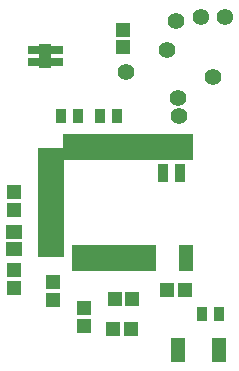
<source format=gbs>
G04 #@! TF.FileFunction,Soldermask,Bot*
%FSLAX46Y46*%
G04 Gerber Fmt 4.6, Leading zero omitted, Abs format (unit mm)*
G04 Created by KiCad (PCBNEW 4.0.7-e2-6376~61~ubuntu18.04.1) date Mon Jun  4 01:42:22 2018*
%MOMM*%
%LPD*%
G01*
G04 APERTURE LIST*
%ADD10C,0.100000*%
%ADD11R,1.000000X0.750000*%
%ADD12R,1.100000X2.000000*%
%ADD13R,0.900000X1.600000*%
%ADD14R,1.300000X2.200000*%
%ADD15R,0.900000X2.200000*%
%ADD16R,2.200000X0.900000*%
%ADD17R,1.300000X2.100000*%
%ADD18R,1.400000X1.200000*%
%ADD19R,0.900000X1.300000*%
%ADD20C,1.400000*%
%ADD21C,1.388060*%
%ADD22C,1.385520*%
%ADD23R,1.200000X1.150000*%
%ADD24R,1.150000X1.200000*%
G04 APERTURE END LIST*
D10*
D11*
X101616000Y-102862000D03*
X101616000Y-101862000D03*
X103616000Y-102862000D03*
D12*
X102616000Y-102362000D03*
D11*
X103616000Y-101862000D03*
D13*
X112594000Y-112308000D03*
X113994000Y-112308000D03*
D14*
X114544000Y-110108000D03*
D15*
X113644000Y-110108000D03*
X112944000Y-110108000D03*
X112244000Y-110108000D03*
X111544000Y-110108000D03*
X110844000Y-110108000D03*
X110144000Y-110108000D03*
X109444000Y-110108000D03*
X108744000Y-110108000D03*
X108044000Y-110108000D03*
X107344000Y-110108000D03*
X106644000Y-110108000D03*
X105944000Y-110108000D03*
X105244000Y-110108000D03*
X104544000Y-110108000D03*
D16*
X103044000Y-110608000D03*
X103044000Y-111308000D03*
X103044000Y-112008000D03*
X103044000Y-112708000D03*
X103044000Y-113408000D03*
X103044000Y-114108000D03*
X103044000Y-114808000D03*
X103044000Y-115508000D03*
X103044000Y-116208000D03*
X103044000Y-116908000D03*
X103044000Y-117608000D03*
X103044000Y-118308000D03*
X103044000Y-119008000D03*
D14*
X114544000Y-119508000D03*
D15*
X111544000Y-119508000D03*
X110844000Y-119508000D03*
X110144000Y-119508000D03*
X109444000Y-119508000D03*
X108744000Y-119508000D03*
X108044000Y-119508000D03*
X107344000Y-119508000D03*
X106644000Y-119508000D03*
X105944000Y-119508000D03*
X105244000Y-119508000D03*
D17*
X117270000Y-127254000D03*
X113870000Y-127254000D03*
D18*
X99949000Y-117283000D03*
X99949000Y-118683000D03*
D19*
X107200000Y-107442000D03*
X108700000Y-107442000D03*
X103898000Y-107442000D03*
X105398000Y-107442000D03*
X115836000Y-124206000D03*
X117336000Y-124206000D03*
D20*
X112903000Y-101854000D03*
X113893600Y-107492800D03*
X113665000Y-99441000D03*
X113817400Y-105918000D03*
X109474000Y-103759000D03*
D21*
X116840000Y-104140000D03*
D22*
X115824000Y-99060000D03*
X117856000Y-99060000D03*
D23*
X109970000Y-122936000D03*
X108470000Y-122936000D03*
D24*
X103251000Y-121551000D03*
X103251000Y-123051000D03*
D23*
X114415000Y-122174000D03*
X112915000Y-122174000D03*
D24*
X99949000Y-122035000D03*
X99949000Y-120535000D03*
X99949000Y-113931000D03*
X99949000Y-115431000D03*
X109220000Y-101651500D03*
X109220000Y-100151500D03*
X105918000Y-123710000D03*
X105918000Y-125210000D03*
D23*
X108343000Y-125476000D03*
X109843000Y-125476000D03*
M02*

</source>
